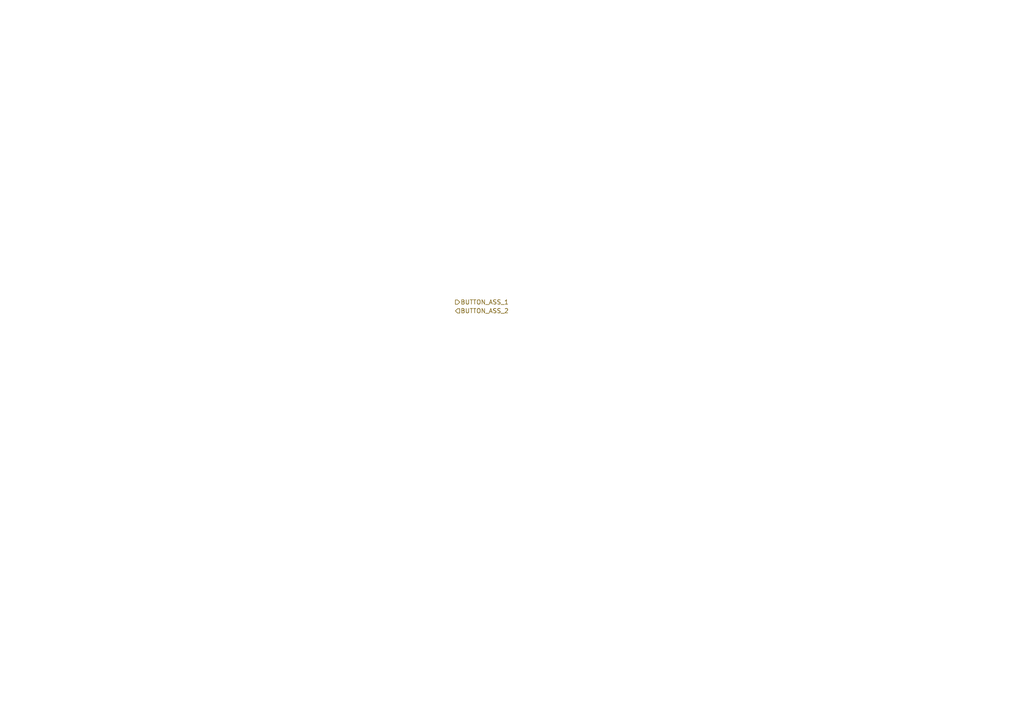
<source format=kicad_sch>
(kicad_sch (version 20211123) (generator eeschema)
  (paper "A4")
  (title_block (title "LV Subsystem interconnections") (date "2022-03-16") (rev "0.1") (company "Oxford University Racing") (comment 1 "Hugo Berg, Becky Hu, Lianfeng Shi") (comment 2 "Electronics team"))
  (lib_symbols)
  (hierarchical_label "BUTTON_ASS_2" (shape input) (at 132.08 90.17 0))
  (hierarchical_label "BUTTON_ASS_1" (shape output) (at 132.08 87.63 0))
)
</source>
